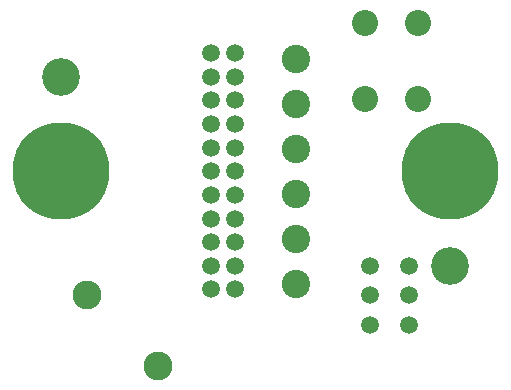
<source format=gts>
G04*
G04 #@! TF.GenerationSoftware,Altium Limited,Altium Designer,20.1.8 (145)*
G04*
G04 Layer_Color=8388736*
%FSTAX43Y43*%
%MOMM*%
G71*
G04*
G04 #@! TF.SameCoordinates,E6AD84FA-A84C-469F-AD0F-9F455A438001*
G04*
G04*
G04 #@! TF.FilePolarity,Negative*
G04*
G01*
G75*
%ADD10C,3.203*%
%ADD11C,2.203*%
%ADD12C,1.503*%
%ADD13C,2.403*%
%ADD14C,2.453*%
%ADD15C,8.203*%
D10*
X01115Y0067D02*
D03*
X00785Y0083D02*
D03*
D11*
X0104289Y0081095D02*
D03*
X0108789D02*
D03*
X0104289Y0087595D02*
D03*
X0108789D02*
D03*
D12*
X009325Y0085D02*
D03*
Y0083D02*
D03*
Y0081D02*
D03*
Y0079D02*
D03*
Y0077D02*
D03*
Y0075D02*
D03*
Y0073D02*
D03*
Y0071D02*
D03*
Y0069D02*
D03*
Y0067D02*
D03*
Y0065D02*
D03*
X009125Y0081D02*
D03*
Y0083D02*
D03*
Y0085D02*
D03*
Y0073D02*
D03*
Y0075D02*
D03*
Y0077D02*
D03*
Y0079D02*
D03*
Y0065D02*
D03*
Y0067D02*
D03*
Y0069D02*
D03*
Y0071D02*
D03*
X01047Y0067D02*
D03*
Y00645D02*
D03*
Y0062D02*
D03*
X0108Y0067D02*
D03*
Y00645D02*
D03*
Y0062D02*
D03*
D13*
X00984Y00655D02*
D03*
Y006931D02*
D03*
Y007312D02*
D03*
Y007693D02*
D03*
Y008074D02*
D03*
Y008455D02*
D03*
D14*
X008075Y00645D02*
D03*
X008675Y00585D02*
D03*
D15*
X01115Y0075D02*
D03*
X00785D02*
D03*
M02*

</source>
